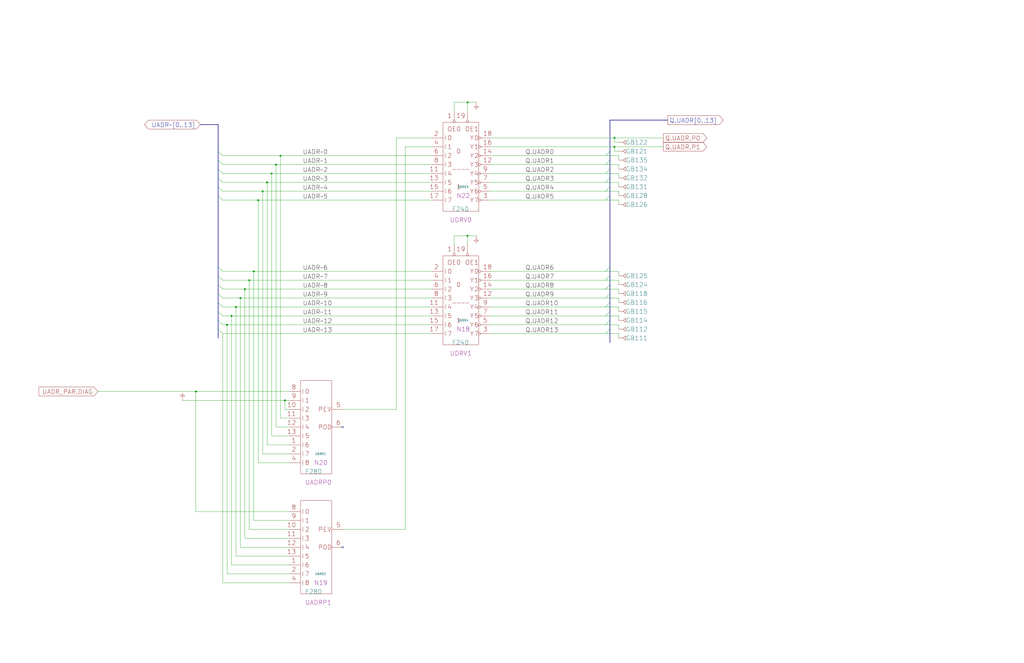
<source format=kicad_sch>
(kicad_sch (version 20211123) (generator eeschema)
  (paper "User" 584.2 378.46)
  (title_block (title "MICRO ADDRESS DRIVE & PARITY") (date "22-MAY-90") (rev "1.0") (comment 1 "SEQUENCER") (comment 2 "232-003064") (comment 3 "S400") (comment 4 "RELEASED"))
  (lib_symbols
    (symbol "r1000:F240" (pin_numbers hide) (pin_names (offset 1.016) hide)
      (property "Reference" "U" (at 2.54 5.08 0))
      (property "Value" "F240" (at -3.81 -7.62 0))
      (property "Location" "___" (at -1.27 0 0))
      (property "Name" "______" (at 1.27 -15.24 0))
      (symbol "F240_1_1"
        (rectangle (start -8.89 41.91) (end 11.43 -8.89))
        (circle (center -2.54 42.545) (radius 0.635))
        (circle (center 5.08 42.545) (radius 0.635))
        (circle (center 12.065 -2.54) (radius 0.635))
        (circle (center 12.065 2.54) (radius 0.635))
        (circle (center 12.065 7.62) (radius 0.635))
        (circle (center 12.065 12.7) (radius 0.635))
        (circle (center 12.065 17.78) (radius 0.635))
        (circle (center 12.065 22.86) (radius 0.635))
        (circle (center 12.065 27.94) (radius 0.635))
        (circle (center 12.065 33.02) (radius 0.635))
        (text "-" (at -2.54 15.24 0) (effects (font (size 2.54 2.54))))
        (text "-" (at 0 15.24 0) (effects (font (size 2.54 2.54))))
        (text "-" (at 2.54 15.24 0) (effects (font (size 2.54 2.54))))
        (text "-" (at 5.08 15.24 0) (effects (font (size 2.54 2.54))))
        (text "0" (at -5.08 33.02 0) (effects (font (size 2.54 2.54))))
        (text "0" (at 0 25.4 0) (effects (font (size 2.54 2.54))))
        (text "0" (at 0 38.1 0) (effects (font (size 2.54 2.54))))
        (text "0" (at 10.16 33.02 0) (effects (font (size 2.54 2.54))))
        (text "1" (at -15.24 0 0) (effects (font (size 2.54 2.54))))
        (text "1" (at -15.24 5.08 0) (effects (font (size 2.54 2.54))))
        (text "1" (at -15.24 10.16 0) (effects (font (size 2.54 2.54))))
        (text "1" (at -15.24 15.24 0) (effects (font (size 2.54 2.54))))
        (text "1" (at -12.7 15.24 0) (effects (font (size 2.54 2.54))))
        (text "1" (at -5.08 27.94 0) (effects (font (size 2.54 2.54))))
        (text "1" (at -5.08 45.72 0) (effects (font (size 2.54 2.54))))
        (text "1" (at 0 5.08 0) (effects (font (size 2.54 2.54))))
        (text "1" (at 0 45.72 0) (effects (font (size 2.54 2.54))))
        (text "1" (at 10.16 27.94 0) (effects (font (size 2.54 2.54))))
        (text "1" (at 10.16 38.1 0) (effects (font (size 2.54 2.54))))
        (text "1" (at 15.24 20.32 0) (effects (font (size 2.54 2.54))))
        (text "1" (at 15.24 25.4 0) (effects (font (size 2.54 2.54))))
        (text "1" (at 15.24 30.48 0) (effects (font (size 2.54 2.54))))
        (text "1" (at 15.24 35.56 0) (effects (font (size 2.54 2.54))))
        (text "2" (at -12.7 35.56 0) (effects (font (size 2.54 2.54))))
        (text "2" (at -5.08 22.86 0) (effects (font (size 2.54 2.54))))
        (text "2" (at 10.16 22.86 0) (effects (font (size 2.54 2.54))))
        (text "2" (at 17.78 20.32 0) (effects (font (size 2.54 2.54))))
        (text "3" (at -12.7 10.16 0) (effects (font (size 2.54 2.54))))
        (text "3" (at -5.08 17.78 0) (effects (font (size 2.54 2.54))))
        (text "3" (at 10.16 17.78 0) (effects (font (size 2.54 2.54))))
        (text "3" (at 15.24 0 0) (effects (font (size 2.54 2.54))))
        (text "4" (at -12.7 30.48 0) (effects (font (size 2.54 2.54))))
        (text "4" (at -5.08 12.7 0) (effects (font (size 2.54 2.54))))
        (text "4" (at 10.16 12.7 0) (effects (font (size 2.54 2.54))))
        (text "4" (at 17.78 25.4 0) (effects (font (size 2.54 2.54))))
        (text "5" (at -12.7 5.08 0) (effects (font (size 2.54 2.54))))
        (text "5" (at -5.08 7.62 0) (effects (font (size 2.54 2.54))))
        (text "5" (at 10.16 7.62 0) (effects (font (size 2.54 2.54))))
        (text "5" (at 15.24 5.08 0) (effects (font (size 2.54 2.54))))
        (text "6" (at -12.7 25.4 0) (effects (font (size 2.54 2.54))))
        (text "6" (at -5.08 2.54 0) (effects (font (size 2.54 2.54))))
        (text "6" (at 10.16 2.54 0) (effects (font (size 2.54 2.54))))
        (text "6" (at 17.78 30.48 0) (effects (font (size 2.54 2.54))))
        (text "7" (at -12.7 0 0) (effects (font (size 2.54 2.54))))
        (text "7" (at -5.08 -2.54 0) (effects (font (size 2.54 2.54))))
        (text "7" (at 10.16 -2.54 0) (effects (font (size 2.54 2.54))))
        (text "7" (at 15.24 10.16 0) (effects (font (size 2.54 2.54))))
        (text "8" (at -12.7 20.32 0) (effects (font (size 2.54 2.54))))
        (text "8" (at 17.78 35.56 0) (effects (font (size 2.54 2.54))))
        (text "9" (at 2.54 45.72 0) (effects (font (size 2.54 2.54))))
        (text "9" (at 15.24 15.24 0) (effects (font (size 2.54 2.54))))
        (text "E" (at -2.54 38.1 0) (effects (font (size 2.54 2.54))))
        (text "E" (at 7.62 38.1 0) (effects (font (size 2.54 2.54))))
        (text "I" (at -7.62 -2.54 0) (effects (font (size 2.54 2.54))))
        (text "I" (at -7.62 2.54 0) (effects (font (size 2.54 2.54))))
        (text "I" (at -7.62 7.62 0) (effects (font (size 2.54 2.54))))
        (text "I" (at -7.62 12.7 0) (effects (font (size 2.54 2.54))))
        (text "I" (at -7.62 17.78 0) (effects (font (size 2.54 2.54))))
        (text "I" (at -7.62 22.86 0) (effects (font (size 2.54 2.54))))
        (text "I" (at -7.62 27.94 0) (effects (font (size 2.54 2.54))))
        (text "I" (at -7.62 33.02 0) (effects (font (size 2.54 2.54))))
        (text "O" (at -5.08 38.1 0) (effects (font (size 2.54 2.54))))
        (text "O" (at 5.08 38.1 0) (effects (font (size 2.54 2.54))))
        (text "Y" (at 7.62 -2.54 0) (effects (font (size 2.54 2.54))))
        (text "Y" (at 7.62 2.54 0) (effects (font (size 2.54 2.54))))
        (text "Y" (at 7.62 7.62 0) (effects (font (size 2.54 2.54))))
        (text "Y" (at 7.62 12.7 0) (effects (font (size 2.54 2.54))))
        (text "Y" (at 7.62 17.78 0) (effects (font (size 2.54 2.54))))
        (text "Y" (at 7.62 22.86 0) (effects (font (size 2.54 2.54))))
        (text "Y" (at 7.62 27.94 0) (effects (font (size 2.54 2.54))))
        (text "Y" (at 7.62 33.02 0) (effects (font (size 2.54 2.54))))
        (pin input line (at -2.54 48.26 270) (length 5.08) (name "OE0_") (number "1"))
        (pin input line (at -15.24 12.7 0) (length 6.35) (name "I4") (number "11"))
        (pin tri_state line (at 17.78 17.78 180) (length 5.08) (name "Y3_") (number "12"))
        (pin input line (at -15.24 7.62 0) (length 6.35) (name "I5") (number "13"))
        (pin tri_state line (at 17.78 22.86 180) (length 5.08) (name "Y2_") (number "14"))
        (pin input line (at -15.24 2.54 0) (length 6.35) (name "I6") (number "15"))
        (pin tri_state line (at 17.78 27.94 180) (length 5.08) (name "Y1_") (number "16"))
        (pin input line (at -15.24 -2.54 0) (length 6.35) (name "I7") (number "17"))
        (pin tri_state line (at 17.78 33.02 180) (length 5.08) (name "Y0_") (number "18"))
        (pin input line (at 5.08 48.26 270) (length 5.08) (name "OE1_") (number "19"))
        (pin input line (at -15.24 33.02 0) (length 6.35) (name "I0") (number "2"))
        (pin tri_state line (at 17.78 -2.54 180) (length 5.08) (name "Y7_") (number "3"))
        (pin input line (at -15.24 27.94 0) (length 6.35) (name "I1") (number "4"))
        (pin tri_state line (at 17.78 2.54 180) (length 5.08) (name "Y6_") (number "5"))
        (pin input line (at -15.24 22.86 0) (length 6.35) (name "I2") (number "6"))
        (pin tri_state line (at 17.78 7.62 180) (length 5.08) (name "Y5_") (number "7"))
        (pin input line (at -15.24 17.78 0) (length 6.35) (name "I3") (number "8"))
        (pin tri_state line (at 17.78 12.7 180) (length 5.08) (name "Y4_") (number "9"))
      )
    )
    (symbol "r1000:F280" (pin_numbers hide) (pin_names (offset 1.016) hide)
      (property "Reference" "U" (at 2.54 5.08 0))
      (property "Value" "F280" (at -6.35 -5.08 0))
      (property "Location" "___" (at -1.27 0 0))
      (property "Name" "______" (at 1.27 -12.7 0))
      (symbol "F280_1_1"
        (rectangle (start -8.89 46.99) (end 8.89 -6.35))
        (text "0" (at -12.7 33.02 0) (effects (font (size 2.54 2.54))))
        (text "0" (at -5.08 40.64 0) (effects (font (size 2.54 2.54))))
        (text "1" (at -15.24 17.78 0) (effects (font (size 2.54 2.54))))
        (text "1" (at -15.24 22.86 0) (effects (font (size 2.54 2.54))))
        (text "1" (at -15.24 27.94 0) (effects (font (size 2.54 2.54))))
        (text "1" (at -15.24 33.02 0) (effects (font (size 2.54 2.54))))
        (text "1" (at -12.7 12.7 0) (effects (font (size 2.54 2.54))))
        (text "1" (at -12.7 27.94 0) (effects (font (size 2.54 2.54))))
        (text "1" (at -5.08 35.56 0) (effects (font (size 2.54 2.54))))
        (text "2" (at -12.7 7.62 0) (effects (font (size 2.54 2.54))))
        (text "2" (at -12.7 22.86 0) (effects (font (size 2.54 2.54))))
        (text "2" (at -5.08 30.48 0) (effects (font (size 2.54 2.54))))
        (text "3" (at -12.7 17.78 0) (effects (font (size 2.54 2.54))))
        (text "3" (at -5.08 25.4 0) (effects (font (size 2.54 2.54))))
        (text "4" (at -12.7 2.54 0) (effects (font (size 2.54 2.54))))
        (text "4" (at -5.08 20.32 0) (effects (font (size 2.54 2.54))))
        (text "5" (at -5.08 15.24 0) (effects (font (size 2.54 2.54))))
        (text "5" (at 12.7 33.02 0) (effects (font (size 2.54 2.54))))
        (text "6" (at -5.08 10.16 0) (effects (font (size 2.54 2.54))))
        (text "6" (at 12.7 22.86 0) (effects (font (size 2.54 2.54))))
        (text "7" (at -5.08 5.08 0) (effects (font (size 2.54 2.54))))
        (text "8" (at -12.7 43.18 0) (effects (font (size 2.54 2.54))))
        (text "8" (at -5.08 0 0) (effects (font (size 2.54 2.54))))
        (text "9" (at -12.7 38.1 0) (effects (font (size 2.54 2.54))))
        (text "D" (at 7.62 20.32 0) (effects (font (size 2.54 2.54))))
        (text "E" (at 5.08 30.48 0) (effects (font (size 2.54 2.54))))
        (text "I" (at -7.62 0 0) (effects (font (size 2.54 2.54))))
        (text "I" (at -7.62 5.08 0) (effects (font (size 2.54 2.54))))
        (text "I" (at -7.62 10.16 0) (effects (font (size 2.54 2.54))))
        (text "I" (at -7.62 15.24 0) (effects (font (size 2.54 2.54))))
        (text "I" (at -7.62 20.32 0) (effects (font (size 2.54 2.54))))
        (text "I" (at -7.62 25.4 0) (effects (font (size 2.54 2.54))))
        (text "I" (at -7.62 30.48 0) (effects (font (size 2.54 2.54))))
        (text "I" (at -7.62 35.56 0) (effects (font (size 2.54 2.54))))
        (text "I" (at -7.62 40.64 0) (effects (font (size 2.54 2.54))))
        (text "O" (at 5.08 20.32 0) (effects (font (size 2.54 2.54))))
        (text "P" (at 2.54 20.32 0) (effects (font (size 2.54 2.54))))
        (text "P" (at 2.54 30.48 0) (effects (font (size 2.54 2.54))))
        (text "V" (at 7.62 30.48 0) (effects (font (size 2.54 2.54))))
        (pin input line (at -15.24 10.16 0) (length 6.35) (name "I6") (number "1"))
        (pin input line (at -15.24 30.48 0) (length 6.35) (name "I2") (number "10"))
        (pin input line (at -15.24 25.4 0) (length 6.35) (name "I3") (number "11"))
        (pin input line (at -15.24 20.32 0) (length 6.35) (name "I4") (number "12"))
        (pin input line (at -15.24 15.24 0) (length 6.35) (name "I5") (number "13"))
        (pin input line (at -15.24 5.08 0) (length 6.35) (name "I7") (number "2"))
        (pin input line (at -15.24 0 0) (length 6.35) (name "I8") (number "4"))
        (pin output line (at 15.24 30.48 180) (length 6.35) (name "PEV") (number "5"))
        (pin output line (at 15.24 20.32 180) (length 6.35) (name "POD") (number "6"))
        (pin input line (at -15.24 40.64 0) (length 6.35) (name "I0") (number "8"))
        (pin input line (at -15.24 35.56 0) (length 6.35) (name "I1") (number "9"))
      )
    )
    (symbol "r1000:GB" (pin_numbers hide) (pin_names (offset 0) hide)
      (property "Reference" "GB" (at 3.81 0 0))
      (symbol "GB_0_1"
        (polyline (pts (xy 2.54 0) (xy 3.81 1.27) (xy 3.81 -1.27) (xy 2.54 0)) (stroke (width 0.1524)))
      )
      (symbol "GB_1_1"
        (pin bidirectional line (at 0 0 0) (length 2.54) (name "") (number "1"))
      )
    )
    (symbol "r1000:PD" (power) (pin_numbers hide) (pin_names hide) (in_bom no)
      (symbol "PD_0_1"
        (polyline (pts (xy 0 -2.54) (xy 1.27 -2.54) (xy 0 -3.81) (xy -1.27 -2.54) (xy 0 -2.54)) (stroke (width 0.1524)))
      )
      (symbol "PD_1_1"
        (pin power_in line (at 0 0 270) (length 2.54) (name "PD") (number "1"))
      )
    )
    (symbol "r1000:PU" (power) (pin_numbers hide) (pin_names hide)
      (symbol "PU_0_1"
        (polyline (pts (xy 0 2.54) (xy -1.27 2.54) (xy 0 3.81) (xy 1.27 2.54) (xy 0 2.54)) (stroke (width 0.1524)))
      )
      (symbol "PU_1_1"
        (pin power_in line (at 0 0 90) (length 2.54) (name "PU") (number "1"))
      )
    )
  )
  (junction (at 152.4 104.14) (diameter 0.9144))
  (junction (at 162.56 228.6) (diameter 0.9144))
  (junction (at 137.16 170.18) (diameter 0.9144))
  (junction (at 132.08 180.34) (diameter 0.9144))
  (junction (at 266.7 134.62) (diameter 0.9144))
  (junction (at 154.94 99.06) (diameter 0.9144))
  (junction (at 139.7 165.1) (diameter 0.9144))
  (junction (at 149.86 109.22) (diameter 0.9144))
  (junction (at 134.62 175.26) (diameter 0.9144))
  (junction (at 147.32 114.3) (diameter 0.9144))
  (junction (at 142.24 160.02) (diameter 0.9144))
  (junction (at 160.02 88.9) (diameter 0.9144))
  (junction (at 157.48 93.98) (diameter 0.9144))
  (junction (at 129.54 185.42) (diameter 0.9144))
  (junction (at 144.78 154.94) (diameter 0.9144))
  (junction (at 266.7 58.42) (diameter 0.9144))
  (junction (at 350.52 83.82) (diameter 0.9144))
  (junction (at 111.76 223.52) (diameter 0.9144))
  (junction (at 350.52 78.74) (diameter 0.9144))
  (no_connect (at 195.58 243.84))
  (no_connect (at 195.58 312.42))
  (bus_entry (at 347.98 167.64) (size -2.54 2.54))
  (bus_entry (at 347.98 86.36) (size -2.54 2.54))
  (bus_entry (at 124.46 106.68) (size 2.54 2.54))
  (bus_entry (at 347.98 152.4) (size -2.54 2.54))
  (bus_entry (at 124.46 182.88) (size 2.54 2.54))
  (bus_entry (at 124.46 101.6) (size 2.54 2.54))
  (bus_entry (at 347.98 96.52) (size -2.54 2.54))
  (bus_entry (at 124.46 86.36) (size 2.54 2.54))
  (bus_entry (at 124.46 172.72) (size 2.54 2.54))
  (bus_entry (at 124.46 187.96) (size 2.54 2.54))
  (bus_entry (at 347.98 182.88) (size -2.54 2.54))
  (bus_entry (at 124.46 167.64) (size 2.54 2.54))
  (bus_entry (at 347.98 172.72) (size -2.54 2.54))
  (bus_entry (at 124.46 91.44) (size 2.54 2.54))
  (bus_entry (at 124.46 162.56) (size 2.54 2.54))
  (bus_entry (at 124.46 157.48) (size 2.54 2.54))
  (bus_entry (at 347.98 106.68) (size -2.54 2.54))
  (bus_entry (at 347.98 157.48) (size -2.54 2.54))
  (bus_entry (at 124.46 177.8) (size 2.54 2.54))
  (bus_entry (at 347.98 101.6) (size -2.54 2.54))
  (bus_entry (at 347.98 111.76) (size -2.54 2.54))
  (bus_entry (at 124.46 96.52) (size 2.54 2.54))
  (bus_entry (at 347.98 162.56) (size -2.54 2.54))
  (bus_entry (at 347.98 187.96) (size -2.54 2.54))
  (bus_entry (at 124.46 152.4) (size 2.54 2.54))
  (bus_entry (at 124.46 111.76) (size 2.54 2.54))
  (bus_entry (at 347.98 91.44) (size -2.54 2.54))
  (bus_entry (at 347.98 177.8) (size -2.54 2.54))
  (wire (pts (xy 259.08 134.62) (xy 266.7 134.62)))
  (wire (pts (xy 259.08 139.7) (xy 259.08 134.62)))
  (wire (pts (xy 266.7 134.62) (xy 271.78 134.62)))
  (wire (pts (xy 195.58 302.26) (xy 231.14 302.26)))
  (wire (pts (xy 231.14 83.82) (xy 246.38 83.82)))
  (wire (pts (xy 231.14 302.26) (xy 231.14 83.82)))
  (wire (pts (xy 127 190.5) (xy 127 332.74)))
  (wire (pts (xy 127 332.74) (xy 165.1 332.74)))
  (wire (pts (xy 279.4 180.34) (xy 345.44 180.34)))
  (bus (pts (xy 124.46 172.72) (xy 124.46 177.8)))
  (wire (pts (xy 353.06 109.22) (xy 353.06 111.76)))
  (wire (pts (xy 353.06 185.42) (xy 353.06 187.96)))
  (wire (pts (xy 345.44 99.06) (xy 353.06 99.06)))
  (bus (pts (xy 124.46 177.8) (xy 124.46 182.88)))
  (wire (pts (xy 195.58 233.68) (xy 226.06 233.68)))
  (wire (pts (xy 226.06 78.74) (xy 246.38 78.74)))
  (wire (pts (xy 226.06 233.68) (xy 226.06 78.74)))
  (wire (pts (xy 127 165.1) (xy 139.7 165.1)))
  (wire (pts (xy 139.7 165.1) (xy 246.38 165.1)))
  (wire (pts (xy 160.02 88.9) (xy 160.02 238.76)))
  (wire (pts (xy 160.02 238.76) (xy 165.1 238.76)))
  (wire (pts (xy 127 99.06) (xy 154.94 99.06)))
  (wire (pts (xy 154.94 99.06) (xy 246.38 99.06)))
  (wire (pts (xy 127 185.42) (xy 129.54 185.42)))
  (wire (pts (xy 129.54 185.42) (xy 246.38 185.42)))
  (bus (pts (xy 124.46 152.4) (xy 124.46 157.48)))
  (bus (pts (xy 347.98 101.6) (xy 347.98 106.68)))
  (bus (pts (xy 347.98 91.44) (xy 347.98 96.52)))
  (wire (pts (xy 132.08 180.34) (xy 132.08 322.58)))
  (wire (pts (xy 132.08 322.58) (xy 165.1 322.58)))
  (bus (pts (xy 124.46 111.76) (xy 124.46 152.4)))
  (wire (pts (xy 127 190.5) (xy 246.38 190.5)))
  (wire (pts (xy 345.44 160.02) (xy 353.06 160.02)))
  (wire (pts (xy 353.06 160.02) (xy 353.06 162.56)))
  (wire (pts (xy 345.44 185.42) (xy 353.06 185.42)))
  (bus (pts (xy 124.46 182.88) (xy 124.46 187.96)))
  (bus (pts (xy 347.98 86.36) (xy 347.98 91.44)))
  (wire (pts (xy 279.4 175.26) (xy 345.44 175.26)))
  (wire (pts (xy 149.86 109.22) (xy 149.86 259.08)))
  (wire (pts (xy 149.86 259.08) (xy 165.1 259.08)))
  (wire (pts (xy 127 114.3) (xy 147.32 114.3)))
  (wire (pts (xy 147.32 114.3) (xy 246.38 114.3)))
  (wire (pts (xy 137.16 170.18) (xy 137.16 312.42)))
  (wire (pts (xy 137.16 312.42) (xy 165.1 312.42)))
  (wire (pts (xy 104.14 228.6) (xy 162.56 228.6)))
  (wire (pts (xy 162.56 228.6) (xy 165.1 228.6)))
  (bus (pts (xy 347.98 187.96) (xy 347.98 195.58)))
  (wire (pts (xy 127 180.34) (xy 132.08 180.34)))
  (wire (pts (xy 132.08 180.34) (xy 246.38 180.34)))
  (bus (pts (xy 114.3 71.12) (xy 124.46 71.12)))
  (bus (pts (xy 124.46 71.12) (xy 124.46 86.36)))
  (wire (pts (xy 279.4 185.42) (xy 345.44 185.42)))
  (bus (pts (xy 347.98 106.68) (xy 347.98 111.76)))
  (wire (pts (xy 279.4 88.9) (xy 345.44 88.9)))
  (wire (pts (xy 279.4 165.1) (xy 345.44 165.1)))
  (wire (pts (xy 279.4 99.06) (xy 345.44 99.06)))
  (wire (pts (xy 279.4 93.98) (xy 345.44 93.98)))
  (wire (pts (xy 157.48 93.98) (xy 157.48 243.84)))
  (wire (pts (xy 157.48 243.84) (xy 165.1 243.84)))
  (wire (pts (xy 345.44 170.18) (xy 353.06 170.18)))
  (wire (pts (xy 353.06 170.18) (xy 353.06 172.72)))
  (wire (pts (xy 353.06 190.5) (xy 353.06 193.04)))
  (wire (pts (xy 279.4 190.5) (xy 345.44 190.5)))
  (bus (pts (xy 347.98 111.76) (xy 347.98 152.4)))
  (wire (pts (xy 279.4 104.14) (xy 345.44 104.14)))
  (wire (pts (xy 345.44 109.22) (xy 353.06 109.22)))
  (bus (pts (xy 124.46 162.56) (xy 124.46 167.64)))
  (bus (pts (xy 347.98 157.48) (xy 347.98 162.56)))
  (wire (pts (xy 353.06 99.06) (xy 353.06 101.6)))
  (wire (pts (xy 279.4 154.94) (xy 345.44 154.94)))
  (wire (pts (xy 127 109.22) (xy 149.86 109.22)))
  (wire (pts (xy 149.86 109.22) (xy 246.38 109.22)))
  (wire (pts (xy 279.4 114.3) (xy 345.44 114.3)))
  (wire (pts (xy 127 170.18) (xy 137.16 170.18)))
  (wire (pts (xy 137.16 170.18) (xy 246.38 170.18)))
  (bus (pts (xy 124.46 106.68) (xy 124.46 111.76)))
  (wire (pts (xy 279.4 78.74) (xy 350.52 78.74)))
  (wire (pts (xy 350.52 78.74) (xy 378.46 78.74)))
  (wire (pts (xy 127 93.98) (xy 157.48 93.98)))
  (wire (pts (xy 157.48 93.98) (xy 246.38 93.98)))
  (bus (pts (xy 124.46 101.6) (xy 124.46 106.68)))
  (bus (pts (xy 124.46 167.64) (xy 124.46 172.72)))
  (wire (pts (xy 345.44 165.1) (xy 353.06 165.1)))
  (wire (pts (xy 353.06 165.1) (xy 353.06 167.64)))
  (wire (pts (xy 353.06 114.3) (xy 353.06 116.84)))
  (wire (pts (xy 350.52 83.82) (xy 350.52 86.36)))
  (wire (pts (xy 350.52 86.36) (xy 353.06 86.36)))
  (wire (pts (xy 266.7 58.42) (xy 266.7 63.5)))
  (bus (pts (xy 347.98 167.64) (xy 347.98 172.72)))
  (wire (pts (xy 345.44 104.14) (xy 353.06 104.14)))
  (bus (pts (xy 347.98 182.88) (xy 347.98 187.96)))
  (bus (pts (xy 347.98 177.8) (xy 347.98 182.88)))
  (wire (pts (xy 154.94 99.06) (xy 154.94 248.92)))
  (wire (pts (xy 154.94 248.92) (xy 165.1 248.92)))
  (wire (pts (xy 127 175.26) (xy 134.62 175.26)))
  (wire (pts (xy 134.62 175.26) (xy 246.38 175.26)))
  (wire (pts (xy 353.06 180.34) (xy 353.06 182.88)))
  (bus (pts (xy 124.46 157.48) (xy 124.46 162.56)))
  (wire (pts (xy 353.06 104.14) (xy 353.06 106.68)))
  (bus (pts (xy 347.98 96.52) (xy 347.98 101.6)))
  (wire (pts (xy 279.4 170.18) (xy 345.44 170.18)))
  (wire (pts (xy 147.32 114.3) (xy 147.32 264.16)))
  (wire (pts (xy 147.32 264.16) (xy 165.1 264.16)))
  (wire (pts (xy 345.44 88.9) (xy 353.06 88.9)))
  (wire (pts (xy 345.44 154.94) (xy 353.06 154.94)))
  (wire (pts (xy 353.06 154.94) (xy 353.06 157.48)))
  (bus (pts (xy 124.46 86.36) (xy 124.46 91.44)))
  (wire (pts (xy 144.78 154.94) (xy 144.78 297.18)))
  (wire (pts (xy 144.78 297.18) (xy 165.1 297.18)))
  (wire (pts (xy 353.06 88.9) (xy 353.06 91.44)))
  (wire (pts (xy 345.44 190.5) (xy 353.06 190.5)))
  (wire (pts (xy 142.24 160.02) (xy 142.24 302.26)))
  (wire (pts (xy 142.24 302.26) (xy 165.1 302.26)))
  (bus (pts (xy 347.98 172.72) (xy 347.98 177.8)))
  (bus (pts (xy 124.46 96.52) (xy 124.46 101.6)))
  (bus (pts (xy 124.46 187.96) (xy 124.46 193.04)))
  (wire (pts (xy 162.56 228.6) (xy 162.56 233.68)))
  (wire (pts (xy 165.1 233.68) (xy 162.56 233.68)))
  (wire (pts (xy 134.62 175.26) (xy 134.62 317.5)))
  (wire (pts (xy 134.62 317.5) (xy 165.1 317.5)))
  (wire (pts (xy 127 88.9) (xy 160.02 88.9)))
  (wire (pts (xy 160.02 88.9) (xy 246.38 88.9)))
  (bus (pts (xy 347.98 68.58) (xy 347.98 86.36)))
  (bus (pts (xy 381 68.58) (xy 347.98 68.58)))
  (wire (pts (xy 127 104.14) (xy 152.4 104.14)))
  (wire (pts (xy 152.4 104.14) (xy 246.38 104.14)))
  (wire (pts (xy 350.52 78.74) (xy 350.52 81.28)))
  (wire (pts (xy 350.52 81.28) (xy 353.06 81.28)))
  (bus (pts (xy 347.98 152.4) (xy 347.98 157.48)))
  (wire (pts (xy 111.76 223.52) (xy 111.76 292.1)))
  (wire (pts (xy 111.76 292.1) (xy 165.1 292.1)))
  (wire (pts (xy 279.4 160.02) (xy 345.44 160.02)))
  (wire (pts (xy 345.44 175.26) (xy 353.06 175.26)))
  (wire (pts (xy 353.06 175.26) (xy 353.06 177.8)))
  (wire (pts (xy 279.4 109.22) (xy 345.44 109.22)))
  (wire (pts (xy 345.44 114.3) (xy 353.06 114.3)))
  (wire (pts (xy 139.7 165.1) (xy 139.7 307.34)))
  (wire (pts (xy 139.7 307.34) (xy 165.1 307.34)))
  (wire (pts (xy 279.4 83.82) (xy 350.52 83.82)))
  (wire (pts (xy 350.52 83.82) (xy 378.46 83.82)))
  (bus (pts (xy 347.98 162.56) (xy 347.98 167.64)))
  (wire (pts (xy 55.88 223.52) (xy 111.76 223.52)))
  (wire (pts (xy 111.76 223.52) (xy 165.1 223.52)))
  (wire (pts (xy 266.7 134.62) (xy 266.7 139.7)))
  (wire (pts (xy 353.06 93.98) (xy 353.06 96.52)))
  (wire (pts (xy 127 160.02) (xy 142.24 160.02)))
  (wire (pts (xy 142.24 160.02) (xy 246.38 160.02)))
  (wire (pts (xy 129.54 185.42) (xy 129.54 327.66)))
  (wire (pts (xy 129.54 327.66) (xy 165.1 327.66)))
  (wire (pts (xy 345.44 93.98) (xy 353.06 93.98)))
  (wire (pts (xy 152.4 104.14) (xy 152.4 254)))
  (wire (pts (xy 152.4 254) (xy 165.1 254)))
  (bus (pts (xy 124.46 91.44) (xy 124.46 96.52)))
  (wire (pts (xy 259.08 58.42) (xy 266.7 58.42)))
  (wire (pts (xy 259.08 63.5) (xy 259.08 58.42)))
  (wire (pts (xy 266.7 58.42) (xy 271.78 58.42)))
  (wire (pts (xy 127 154.94) (xy 144.78 154.94)))
  (wire (pts (xy 144.78 154.94) (xy 246.38 154.94)))
  (wire (pts (xy 345.44 180.34) (xy 353.06 180.34)))
  (label "UADR~4" (at 172.72 109.22 0) (effects (font (size 2.54 2.54))))
  (label "Q.UADR12" (at 299.72 185.42 0) (effects (font (size 2.54 2.54))))
  (label "UADR~12" (at 172.72 185.42 0) (effects (font (size 2.54 2.54))))
  (label "Q.UADR11" (at 299.72 180.34 0) (effects (font (size 2.54 2.54))))
  (label "UADR~8" (at 172.72 165.1 0) (effects (font (size 2.54 2.54))))
  (label "UADR~1" (at 172.72 93.98 0) (effects (font (size 2.54 2.54))))
  (label "UADR~0" (at 172.72 88.9 0) (effects (font (size 2.54 2.54))))
  (label "UADR~3" (at 172.72 104.14 0) (effects (font (size 2.54 2.54))))
  (label "Q.UADR0" (at 299.72 88.9 0) (effects (font (size 2.54 2.54))))
  (label "Q.UADR6" (at 299.72 154.94 0) (effects (font (size 2.54 2.54))))
  (label "Q.UADR2" (at 299.72 99.06 0) (effects (font (size 2.54 2.54))))
  (label "UADR~10" (at 172.72 175.26 0) (effects (font (size 2.54 2.54))))
  (label "UADR~7" (at 172.72 160.02 0) (effects (font (size 2.54 2.54))))
  (label "UADR~11" (at 172.72 180.34 0) (effects (font (size 2.54 2.54))))
  (label "UADR~9" (at 172.72 170.18 0) (effects (font (size 2.54 2.54))))
  (label "UADR~2" (at 172.72 99.06 0) (effects (font (size 2.54 2.54))))
  (label "UADR~13" (at 172.72 190.5 0) (effects (font (size 2.54 2.54))))
  (label "Q.UADR10" (at 299.72 175.26 0) (effects (font (size 2.54 2.54))))
  (label "Q.UADR3" (at 299.72 104.14 0) (effects (font (size 2.54 2.54))))
  (label "UADR~5" (at 172.72 114.3 0) (effects (font (size 2.54 2.54))))
  (label "Q.UADR9" (at 299.72 170.18 0) (effects (font (size 2.54 2.54))))
  (label "Q.UADR13" (at 299.72 190.5 0) (effects (font (size 2.54 2.54))))
  (label "Q.UADR4" (at 299.72 109.22 0) (effects (font (size 2.54 2.54))))
  (label "Q.UADR5" (at 299.72 114.3 0) (effects (font (size 2.54 2.54))))
  (label "Q.UADR1" (at 299.72 93.98 0) (effects (font (size 2.54 2.54))))
  (label "UADR~6" (at 172.72 154.94 0) (effects (font (size 2.54 2.54))))
  (label "Q.UADR7" (at 299.72 160.02 0) (effects (font (size 2.54 2.54))))
  (label "Q.UADR8" (at 299.72 165.1 0) (effects (font (size 2.54 2.54))))
  (global_label "UADR_PAR.DIAG" (shape input) (at 55.88 223.52 180) (effects (font (size 2.54 2.54))) (property "Intersheet References" "${INTERSHEET_REFS}" (at 22.2673 223.3613 0) (effects (font (size 2.54 2.54)) (justify right))))
  (global_label "Q.UADR.P0" (shape output) (at 378.46 78.74 0) (effects (font (size 2.54 2.54))) (property "Intersheet References" "${INTERSHEET_REFS}" (at 403.2431 78.5813 0) (effects (font (size 2.54 2.54)) (justify left))))
  (global_label "Q.UADR[0..13]" (shape output) (at 381 68.58 0) (effects (font (size 2.54 2.54))) (property "Intersheet References" "${INTERSHEET_REFS}" (at 412.6774 68.4213 0) (effects (font (size 2.54 2.54)) (justify left))))
  (global_label "UADR~[0..13]" (shape bidirectional) (at 114.3 71.12 180) (effects (font (size 2.54 2.54))) (property "Intersheet References" "${INTERSHEET_REFS}" (at 84.6788 70.9613 0) (effects (font (size 2.54 2.54)) (justify right))))
  (global_label "Q.UADR.P1" (shape output) (at 378.46 83.82 0) (effects (font (size 2.54 2.54))) (property "Intersheet References" "${INTERSHEET_REFS}" (at 403.2431 83.6613 0) (effects (font (size 2.54 2.54)) (justify left))))
  (symbol (lib_id "r1000:PD") (at 271.78 58.42 0) (unit 1) (in_bom no)
    (property "Reference" "#PWR06902" (effects hide))
    (property "Value" "PD" (effects hide))
  )
  (symbol (lib_id "r1000:GB") (at 353.06 162.56 0) (unit 1)
    (property "Reference" "GB124" (at 356.87 162.56 0) (effects (font (size 2.54 2.54)) (justify left)))
    (property "Value" "GB" (effects hide))
  )
  (symbol (lib_id "r1000:GB") (at 353.06 106.68 0) (unit 1)
    (property "Reference" "GB131" (at 356.87 106.68 0) (effects (font (size 2.54 2.54)) (justify left)))
    (property "Value" "GB" (effects hide))
  )
  (symbol (lib_id "r1000:F280") (at 180.34 332.74 0) (unit 1)
    (property "Reference" "U6902" (at 182.88 327.66 0))
    (property "Value" "F280" (at 173.99 337.82 0) (effects (font (size 2.54 2.54)) (justify left)))
    (property "Location" "N19" (at 179.07 332.74 0) (effects (font (size 2.54 2.54)) (justify left)))
    (property "Name" "UADRP1" (at 181.61 345.44 0) (effects (font (size 2.54 2.54)) (justify bottom)))
  )
  (symbol (lib_id "r1000:GB") (at 353.06 172.72 0) (unit 1)
    (property "Reference" "GB116" (at 356.87 172.72 0) (effects (font (size 2.54 2.54)) (justify left)))
    (property "Value" "GB" (effects hide))
  )
  (symbol (lib_id "r1000:GB") (at 353.06 81.28 0) (unit 1)
    (property "Reference" "GB122" (at 356.87 81.28 0) (effects (font (size 2.54 2.54)) (justify left)))
    (property "Value" "GB" (effects hide))
  )
  (symbol (lib_id "r1000:GB") (at 353.06 101.6 0) (unit 1)
    (property "Reference" "GB132" (at 356.87 101.6 0) (effects (font (size 2.54 2.54)) (justify left)))
    (property "Value" "GB" (effects hide))
  )
  (symbol (lib_id "r1000:GB") (at 353.06 157.48 0) (unit 1)
    (property "Reference" "GB125" (at 356.87 157.48 0) (effects (font (size 2.54 2.54)) (justify left)))
    (property "Value" "GB" (effects hide))
  )
  (symbol (lib_id "r1000:GB") (at 353.06 167.64 0) (unit 1)
    (property "Reference" "GB118" (at 356.87 167.64 0) (effects (font (size 2.54 2.54)) (justify left)))
    (property "Value" "GB" (effects hide))
  )
  (symbol (lib_id "r1000:F240") (at 261.62 187.96 0) (unit 1)
    (property "Reference" "U6904" (at 264.16 182.88 0))
    (property "Value" "F240" (at 257.81 195.58 0) (effects (font (size 2.54 2.54)) (justify left)))
    (property "Location" "N18" (at 260.35 187.96 0) (effects (font (size 2.54 2.54)) (justify left)))
    (property "Name" "UDRV1" (at 262.89 203.2 0) (effects (font (size 2.54 2.54)) (justify bottom)))
  )
  (symbol (lib_id "r1000:PU") (at 104.14 228.6 0) (unit 1)
    (property "Reference" "#PWR06901" (effects hide))
    (property "Value" "PU" (effects hide))
  )
  (symbol (lib_id "r1000:PD") (at 271.78 134.62 0) (unit 1) (in_bom no)
    (property "Reference" "#PWR06903" (effects hide))
    (property "Value" "PD" (effects hide))
  )
  (symbol (lib_id "r1000:GB") (at 353.06 182.88 0) (unit 1)
    (property "Reference" "GB114" (at 356.87 182.88 0) (effects (font (size 2.54 2.54)) (justify left)))
    (property "Value" "GB" (effects hide))
  )
  (symbol (lib_id "r1000:F280") (at 180.34 264.16 0) (unit 1)
    (property "Reference" "U6901" (at 182.88 259.08 0))
    (property "Value" "F280" (at 173.99 269.24 0) (effects (font (size 2.54 2.54)) (justify left)))
    (property "Location" "N20" (at 179.07 264.16 0) (effects (font (size 2.54 2.54)) (justify left)))
    (property "Name" "UADRP0" (at 181.61 276.86 0) (effects (font (size 2.54 2.54)) (justify bottom)))
  )
  (symbol (lib_id "r1000:GB") (at 353.06 96.52 0) (unit 1)
    (property "Reference" "GB134" (at 356.87 96.52 0) (effects (font (size 2.54 2.54)) (justify left)))
    (property "Value" "GB" (effects hide))
  )
  (symbol (lib_id "r1000:GB") (at 353.06 91.44 0) (unit 1)
    (property "Reference" "GB135" (at 356.87 91.44 0) (effects (font (size 2.54 2.54)) (justify left)))
    (property "Value" "GB" (effects hide))
  )
  (symbol (lib_id "r1000:GB") (at 353.06 116.84 0) (unit 1)
    (property "Reference" "GB126" (at 356.87 116.84 0) (effects (font (size 2.54 2.54)) (justify left)))
    (property "Value" "GB" (effects hide))
  )
  (symbol (lib_id "r1000:F240") (at 261.62 111.76 0) (unit 1)
    (property "Reference" "U6903" (at 264.16 106.68 0))
    (property "Value" "F240" (at 257.81 119.38 0) (effects (font (size 2.54 2.54)) (justify left)))
    (property "Location" "N22" (at 260.35 111.76 0) (effects (font (size 2.54 2.54)) (justify left)))
    (property "Name" "UDRV0" (at 262.89 127 0) (effects (font (size 2.54 2.54)) (justify bottom)))
  )
  (symbol (lib_id "r1000:GB") (at 353.06 193.04 0) (unit 1)
    (property "Reference" "GB111" (at 356.87 193.04 0) (effects (font (size 2.54 2.54)) (justify left)))
    (property "Value" "GB" (effects hide))
  )
  (symbol (lib_id "r1000:GB") (at 353.06 177.8 0) (unit 1)
    (property "Reference" "GB115" (at 356.87 177.8 0) (effects (font (size 2.54 2.54)) (justify left)))
    (property "Value" "GB" (effects hide))
  )
  (symbol (lib_id "r1000:GB") (at 353.06 111.76 0) (unit 1)
    (property "Reference" "GB128" (at 356.87 111.76 0) (effects (font (size 2.54 2.54)) (justify left)))
    (property "Value" "GB" (effects hide))
  )
  (symbol (lib_id "r1000:GB") (at 353.06 86.36 0) (unit 1)
    (property "Reference" "GB121" (at 356.87 86.36 0) (effects (font (size 2.54 2.54)) (justify left)))
    (property "Value" "GB" (effects hide))
  )
  (symbol (lib_id "r1000:GB") (at 353.06 187.96 0) (unit 1)
    (property "Reference" "GB112" (at 356.87 187.96 0) (effects (font (size 2.54 2.54)) (justify left)))
    (property "Value" "GB" (effects hide))
  )
)
</source>
